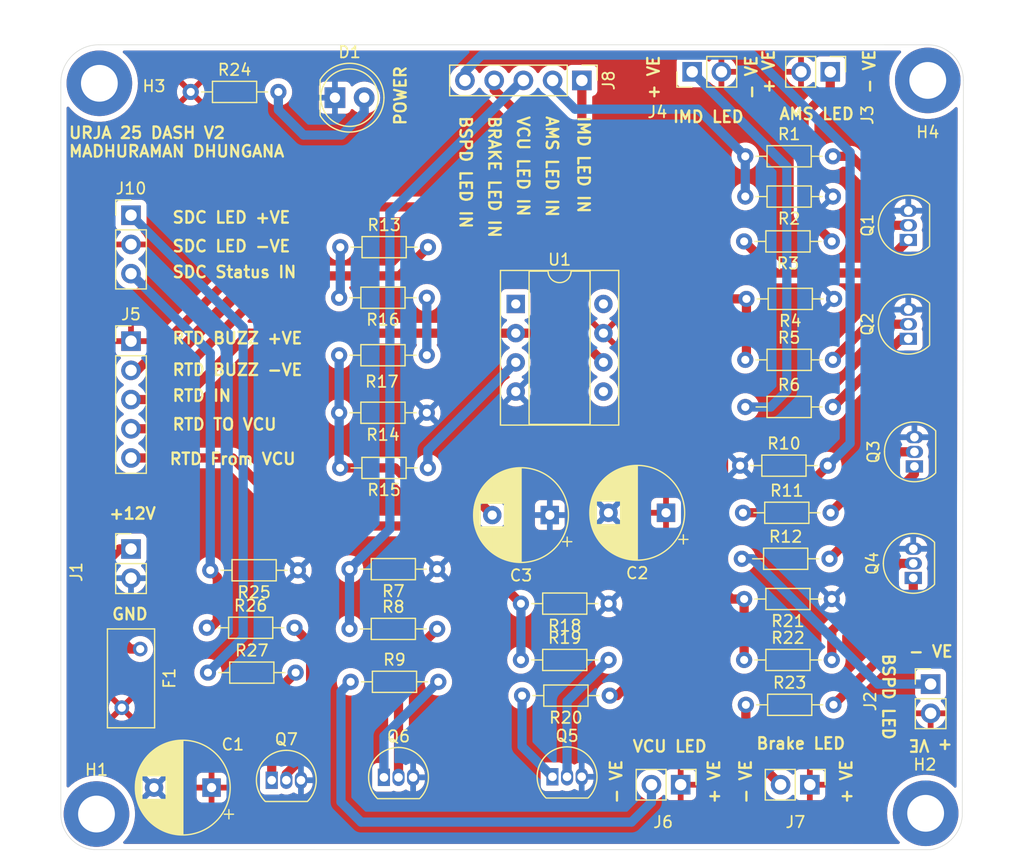
<source format=kicad_pcb>
(kicad_pcb (version 20240108) (generator "pcbnew") (generator_version "8.0")
  (layers (0 "F.Cu" signal) (31 "B.Cu" signal) (34 "B.Paste" user) (35 "F.Paste" user) (36 "B.SilkS" user "B.Silkscreen") (37 "F.SilkS" user "F.Silkscreen") (38 "B.Mask" user) (39 "F.Mask" user) (44 "Edge.Cuts" user))
  (net 0 "")
  (net 1 "AMS LED +ve")
  (net 2 "BSPD LED -ve")
  (net 3 "AMS LED -ve")
  (net 4 "IMD LED -ve")
  (net 5 "RTD Signal IN")
  (net 6 "RTD Signal VCU Out")
  (net 7 "RTD -ve out")
  (net 8 "Net-(C3-Pad2)")
  (net 9 "Net-(J1-Pin_1)")
  (net 10 "Net-(Q1-B)")
  (net 11 "Net-(Q1-C)")
  (net 12 "Net-(Q2-C)")
  (net 13 "Net-(Q2-B)")
  (net 14 "Net-(Q3-B)")
  (net 15 "Net-(Q3-C)")
  (net 16 "AMS LED IN")
  (net 17 "IMD LED IN")
  (net 18 "VCU LED IN")
  (net 19 "VCU LED -ve")
  (net 20 "BSPD LED IN")
  (net 21 "Net-(R13-Pad1)")
  (net 22 "Net-(U1-+)")
  (net 23 "GND")
  (net 24 "RTD Signal VCU IN")
  (net 25 "Net-(Q4-B)")
  (net 26 "Net-(Q4-C)")
  (net 27 "Net-(Q5-B)")
  (net 28 "Net-(R16-Pad1)")
  (net 32 "Brake light -ve")
  (net 33 "Net-(Q5-C)")
  (net 34 "Net-(Q6-C)")
  (net 35 "Brake Light In")
  (net 36 "Net-(D1-A)")
  (net 37 "SDC_status_LED-ve")
  (net 38 "Net-(Q6-B)")
  (net 39 "Net-(Q7-B)")
  (net 40 "SDC_Status_in")
  (net 41 "Net-(Q7-C)")
  (footprint "Package_TO_SOT_THT:TO-92_Inline" (layer "F.Cu") (at 176.73 93.36)
    (property "Reference" "Q7" (at 1.27 -3.56 0) (layer "F.SilkS"))
    (property "Value" "BC547")
    (pad "1" thru_hole rect (at 0 0) (size 1.05 1.5) (drill 0.75) (layers "*.Cu" "*.Mask") (net 41 "Net-(Q7-C)"))
    (pad "2" thru_hole oval (at 1.27 0) (size 1.05 1.5) (drill 0.75) (layers "*.Cu" "*.Mask") (net 39 "Net-(Q7-B)"))
    (pad "3" thru_hole oval (at 2.54 0) (size 1.05 1.5) (drill 0.75) (layers "*.Cu" "*.Mask") (net 23 "GND"))
  )
  (footprint "Package_TO_SOT_THT:TO-92_Inline" (layer "F.Cu") (at 186.48 93.11)
    (property "Reference" "Q6" (at 1.27 -3.56 0) (layer "F.SilkS"))
    (property "Value" "BC547")
    (pad "1" thru_hole rect (at 0 0) (size 1.05 1.5) (drill 0.75) (layers "*.Cu" "*.Mask") (net 34 "Net-(Q6-C)"))
    (pad "2" thru_hole oval (at 1.27 0) (size 1.05 1.5) (drill 0.75) (layers "*.Cu" "*.Mask") (net 38 "Net-(Q6-B)"))
    (pad "3" thru_hole oval (at 2.54 0) (size 1.05 1.5) (drill 0.75) (layers "*.Cu" "*.Mask") (net 23 "GND"))
  )
  (footprint "MountingHole:MountingHole_3.2mm_M3_ISO7380_Pad" (layer "F.Cu") (at 161.75 32.75)
    (property "Reference" "H3" (at 4.75 0.25 0) (layer "F.SilkS"))
    (property "Value" "MountingHole_Pad_MP")
    (pad "1" thru_hole circle (at 0 0) (size 5.7 5.7) (drill 3.2) (layers "*.Cu" "*.Mask"))
  )
  (footprint "Resistor_THT:R_Axial_DIN0204_L3.6mm_D1.6mm_P7.62mm_Horizontal" (layer "F.Cu") (at 217.79 82.9)
    (property "Reference" "R22" (at 3.81 -1.92 0) (layer "F.SilkS"))
    (property "Value" "100")
    (pad "1" thru_hole circle (at 0 0) (size 1.4 1.4) (drill 0.7) (layers "*.Cu" "*.Mask") (net 35 "Brake Light In"))
    (pad "2" thru_hole oval (at 7.62 0) (size 1.4 1.4) (drill 0.7) (layers "*.Cu" "*.Mask") (net 25 "Net-(Q4-B)"))
  )
  (footprint "MountingHole:MountingHole_3.2mm_M3_ISO7380_Pad" (layer "F.Cu") (at 233.75 32.5)
    (property "Reference" "H4" (at 0 4.5 0) (layer "F.SilkS"))
    (property "Value" "MountingHole_Pad_MP")
    (pad "1" thru_hole circle (at 0 0) (size 5.7 5.7) (drill 3.2) (layers "*.Cu" "*.Mask"))
  )
  (footprint "Capacitor_THT:CP_Radial_D8.0mm_P5.00mm" (layer "F.Cu") (at 200.9 70.3 180)
    (property "Reference" "C3" (at 2.5 -5.25 0) (layer "F.SilkS"))
    (property "Value" "0.1")
    (pad "1" thru_hole rect (at 0 0 180) (size 1.6 1.6) (drill 0.8) (layers "*.Cu" "*.Mask") (net 23 "GND"))
    (pad "2" thru_hole circle (at 5 0 180) (size 1.6 1.6) (drill 0.8) (layers "*.Cu" "*.Mask") (net 8 "Net-(C3-Pad2)"))
  )
  (footprint "Connector_PinHeader_2.54mm:PinHeader_1x02_P2.54mm_Vertical" (layer "F.Cu") (at 213.275 31.75 90)
    (property "Reference" "J4" (at -3.5 -3.025 180) (layer "F.SilkS"))
    (property "Value" "Conn_01x02_Pin")
    (pad "1" thru_hole rect (at 0 0 90) (size 1.7 1.7) (drill 1) (layers "*.Cu" "*.Mask") (net 4 "IMD LED -ve"))
    (pad "2" thru_hole oval (at 0 2.54 90) (size 1.7 1.7) (drill 1) (layers "*.Cu" "*.Mask") (net 1 "AMS LED +ve"))
  )
  (footprint "Resistor_THT:R_Axial_DIN0204_L3.6mm_D1.6mm_P7.62mm_Horizontal" (layer "F.Cu") (at 183.49 80.2)
    (property "Reference" "R8" (at 3.81 -1.92 0) (layer "F.SilkS"))
    (property "Value" "100")
    (pad "1" thru_hole circle (at 0 0) (size 1.4 1.4) (drill 0.7) (layers "*.Cu" "*.Mask") (net 18 "VCU LED IN"))
    (pad "2" thru_hole oval (at 7.62 0) (size 1.4 1.4) (drill 0.7) (layers "*.Cu" "*.Mask") (net 38 "Net-(Q6-B)"))
  )
  (footprint "Resistor_THT:R_Axial_DIN0204_L3.6mm_D1.6mm_P7.62mm_Horizontal" (layer "F.Cu") (at 182.59 56.4)
    (property "Reference" "R17" (at 3.71 2.3 0) (layer "F.SilkS"))
    (property "Value" "10")
    (pad "1" thru_hole circle (at 0 0) (size 1.4 1.4) (drill 0.7) (layers "*.Cu" "*.Mask") (net 8 "Net-(C3-Pad2)"))
    (pad "2" thru_hole oval (at 7.62 0) (size 1.4 1.4) (drill 0.7) (layers "*.Cu" "*.Mask") (net 28 "Net-(R16-Pad1)"))
  )
  (footprint "Resistor_THT:R_Axial_DIN0204_L3.6mm_D1.6mm_P7.62mm_Horizontal" (layer "F.Cu") (at 225.41 46.5 180)
    (property "Reference" "R3" (at 3.81 -1.92 0) (layer "F.SilkS"))
    (property "Value" "220")
    (pad "1" thru_hole circle (at 0 0 180) (size 1.4 1.4) (drill 0.7) (layers "*.Cu" "*.Mask") (net 3 "AMS LED -ve"))
    (pad "2" thru_hole oval (at 7.62 0 180) (size 1.4 1.4) (drill 0.7) (layers "*.Cu" "*.Mask") (net 11 "Net-(Q1-C)"))
  )
  (footprint "Resistor_THT:R_Axial_DIN0204_L3.6mm_D1.6mm_P7.62mm_Horizontal" (layer "F.Cu") (at 171.09 80.1)
    (property "Reference" "R26" (at 3.81 -1.92 0) (layer "F.SilkS"))
    (property "Value" "100")
    (pad "1" thru_hole circle (at 0 0) (size 1.4 1.4) (drill 0.7) (layers "*.Cu" "*.Mask") (net 40 "SDC_Status_in"))
    (pad "2" thru_hole oval (at 7.62 0) (size 1.4 1.4) (drill 0.7) (layers "*.Cu" "*.Mask") (net 39 "Net-(Q7-B)"))
  )
  (footprint "Resistor_THT:R_Axial_DIN0204_L3.6mm_D1.6mm_P7.62mm_Horizontal" (layer "F.Cu") (at 190.21 61.4 180)
    (property "Reference" "R14" (at 3.81 -1.92 0) (layer "F.SilkS"))
    (property "Value" "1k")
    (pad "1" thru_hole circle (at 0 0 180) (size 1.4 1.4) (drill 0.7) (layers "*.Cu" "*.Mask") (net 23 "GND"))
    (pad "2" thru_hole oval (at 7.62 0 180) (size 1.4 1.4) (drill 0.7) (layers "*.Cu" "*.Mask") (net 8 "Net-(C3-Pad2)"))
  )
  (footprint "Resistor_THT:R_Axial_DIN0204_L3.6mm_D1.6mm_P7.62mm_Horizontal" (layer "F.Cu") (at 191.11 75 180)
    (property "Reference" "R7" (at 3.81 -1.92 0) (layer "F.SilkS"))
    (property "Value" "10k")
    (pad "1" thru_hole circle (at 0 0 180) (size 1.4 1.4) (drill 0.7) (layers "*.Cu" "*.Mask") (net 23 "GND"))
    (pad "2" thru_hole oval (at 7.62 0 180) (size 1.4 1.4) (drill 0.7) (layers "*.Cu" "*.Mask") (net 18 "VCU LED IN"))
  )
  (footprint "Connector_PinHeader_2.54mm:PinHeader_1x02_P2.54mm_Vertical" (layer "F.Cu") (at 212.275 93.75 -90)
    (property "Reference" "J6" (at 3.25 1.525 180) (layer "F.SilkS"))
    (property "Value" "Conn_01x02_Pin")
    (pad "1" thru_hole rect (at 0 0 270) (size 1.7 1.7) (drill 1) (layers "*.Cu" "*.Mask") (net 1 "AMS LED +ve"))
    (pad "2" thru_hole oval (at 0 2.54 270) (size 1.7 1.7) (drill 1) (layers "*.Cu" "*.Mask") (net 19 "VCU LED -ve"))
  )
  (footprint "Resistor_THT:R_Axial_DIN0204_L3.6mm_D1.6mm_P7.62mm_Horizontal" (layer "F.Cu") (at 217.89 56.8)
    (property "Reference" "R5" (at 3.81 -1.92 0) (layer "F.SilkS"))
    (property "Value" "100")
    (pad "1" thru_hole circle (at 0 0) (size 1.4 1.4) (drill 0.7) (layers "*.Cu" "*.Mask") (net 17 "IMD LED IN"))
    (pad "2" thru_hole oval (at 7.62 0) (size 1.4 1.4) (drill 0.7) (layers "*.Cu" "*.Mask") (net 13 "Net-(Q2-B)"))
  )
  (footprint "Resistor_THT:R_Axial_DIN0204_L3.6mm_D1.6mm_P7.62mm_Horizontal" (layer "F.Cu") (at 225.51 42.6 180)
    (property "Reference" "R2" (at 3.81 -1.92 0) (layer "F.SilkS"))
    (property "Value" "10k")
    (pad "1" thru_hole circle (at 0 0 180) (size 1.4 1.4) (drill 0.7) (layers "*.Cu" "*.Mask") (net 23 "GND"))
    (pad "2" thru_hole oval (at 7.62 0 180) (size 1.4 1.4) (drill 0.7) (layers "*.Cu" "*.Mask") (net 16 "AMS LED IN"))
  )
  (footprint "Capacitor_THT:CP_Radial_D8.0mm_P5.00mm" (layer "F.Cu") (at 171.5 94 180)
    (property "Reference" "C1" (at -1.847349 3.75 0) (layer "F.SilkS"))
    (property "Value" "0.1")
    (pad "1" thru_hole rect (at 0 0 180) (size 1.6 1.6) (drill 0.8) (layers "*.Cu" "*.Mask") (net 1 "AMS LED +ve"))
    (pad "2" thru_hole circle (at 5 0 180) (size 1.6 1.6) (drill 0.8) (layers "*.Cu" "*.Mask") (net 23 "GND"))
  )
  (footprint "LED_THT:LED_D5.0mm" (layer "F.Cu") (at 182.225 34)
    (property "Reference" "D1" (at 1.27 -3.96 0) (layer "F.SilkS"))
    (property "Value" "LED")
    (pad "1" thru_hole rect (at 0 0) (size 1.8 1.8) (drill 0.9) (layers "*.Cu" "*.Mask") (net 23 "GND"))
    (pad "2" thru_hole circle (at 2.54 0) (size 1.8 1.8) (drill 0.9) (layers "*.Cu" "*.Mask") (net 36 "Net-(D1-A)"))
  )
  (footprint "Resistor_THT:R_Axial_DIN0204_L3.6mm_D1.6mm_P7.62mm_Horizontal" (layer "F.Cu") (at 183.59 84.8)
    (property "Reference" "R9" (at 3.81 -1.92 0) (layer "F.SilkS"))
    (property "Value" "220")
    (pad "1" thru_hole circle (at 0 0) (size 1.4 1.4) (drill 0.7) (layers "*.Cu" "*.Mask") (net 19 "VCU LED -ve"))
    (pad "2" thru_hole oval (at 7.62 0) (size 1.4 1.4) (drill 0.7) (layers "*.Cu" "*.Mask") (net 34 "Net-(Q6-C)"))
  )
  (footprint "Connector_PinHeader_2.54mm:PinHeader_1x02_P2.54mm_Vertical" (layer "F.Cu") (at 225.275 31.75 -90)
    (property "Reference" "J3" (at 3.75 -3.225 90) (layer "F.SilkS"))
    (property "Value" "Conn_01x02_Pin")
    (pad "1" thru_hole rect (at 0 0 270) (size 1.7 1.7) (drill 1) (layers "*.Cu" "*.Mask") (net 3 "AMS LED -ve"))
    (pad "2" thru_hole oval (at 0 2.54 270) (size 1.7 1.7) (drill 1) (layers "*.Cu" "*.Mask") (net 1 "AMS LED +ve"))
  )
  (footprint "Resistor_THT:R_Axial_DIN0204_L3.6mm_D1.6mm_P7.62mm_Horizontal" (layer "F.Cu") (at 217.44 66)
    (property "Reference" "R10" (at 3.81 -1.92 0) (layer "F.SilkS"))
    (property "Value" "10k")
    (pad "1" thru_hole circle (at 0 0) (size 1.4 1.4) (drill 0.7) (layers "*.Cu" "*.Mask") (net 23 "GND"))
    (pad "2" thru_hole oval (at 7.62 0) (size 1.4 1.4) (drill 0.7) (layers "*.Cu" "*.Mask") (net 20 "BSPD LED IN"))
  )
  (footprint "Resistor_THT:R_Axial_DIN0204_L3.6mm_D1.6mm_P7.62mm_Horizontal" (layer "F.Cu") (at 179.01 75.1 180)
    (property "Reference" "R25" (at 3.81 -1.92 0) (layer "F.SilkS"))
    (property "Value" "10k")
    (pad "1" thru_hole circle (at 0 0 180) (size 1.4 1.4) (drill 0.7) (layers "*.Cu" "*.Mask") (net 23 "GND"))
    (pad "2" thru_hole oval (at 7.62 0 180) (size 1.4 1.4) (drill 0.7) (layers "*.Cu" "*.Mask") (net 40 "SDC_Status_in"))
  )
  (footprint "Resistor_THT:R_Axial_DIN0204_L3.6mm_D1.6mm_P7.62mm_Horizontal" (layer "F.Cu") (at 169.69 33.5)
    (property "Reference" "R24" (at 3.81 -1.92 0) (layer "F.SilkS"))
    (property "Value" "1K")
    (pad "1" thru_hole circle (at 0 0) (size 1.4 1.4) (drill 0.7) (layers "*.Cu" "*.Mask") (net 1 "AMS LED +ve"))
    (pad "2" thru_hole oval (at 7.62 0) (size 1.4 1.4) (drill 0.7) (layers "*.Cu" "*.Mask") (net 36 "Net-(D1-A)"))
  )
  (footprint "Package_DIP:CERDIP-8_W7.62mm_SideBrazed_Socket" (layer "F.Cu") (at 197.94 51.94)
    (property "Reference" "U1" (at 3.81 -3.855 0) (layer "F.SilkS"))
    (property "Value" "LM741")
    (pad "1" thru_hole rect (at 0 0) (size 1.6 1.6) (drill 0.8) (layers "*.Cu" "*.Mask"))
    (pad "2" thru_hole circle (at 0 2.54) (size 1.6 1.6) (drill 0.8) (layers "*.Cu" "*.Mask") (net 6 "RTD Signal VCU Out"))
    (pad "3" thru_hole circle (at 0 5.08) (size 1.6 1.6) (drill 0.8) (layers "*.Cu" "*.Mask") (net 22 "Net-(U1-+)"))
    (pad "4" thru_hole circle (at 0 7.62) (size 1.6 1.6) (drill 0.8) (layers "*.Cu" "*.Mask") (net 23 "GND"))
    (pad "5" thru_hole circle (at 7.62 7.62) (size 1.6 1.6) (drill 0.8) (layers "*.Cu" "*.Mask"))
    (pad "6" thru_hole circle (at 7.62 5.08) (size 1.6 1.6) (drill 0.8) (layers "*.Cu" "*.Mask") (net 6 "RTD Signal VCU Out"))
    (pad "7" thru_hole circle (at 7.62 2.54) (size 1.6 1.6) (drill 0.8) (layers "*.Cu" "*.Mask") (net 1 "AMS LED +ve"))
    (pad "8" thru_hole circle (at 7.62 0) (size 1.6 1.6) (drill 0.8) (layers "*.Cu" "*.Mask"))
  )
  (footprint "Connector_PinHeader_2.54mm:PinHeader_1x03_P2.54mm_Vertical" (layer "F.Cu") (at 164.5 44.225)
    (property "Reference" "J10" (at 0 -2.33 0) (layer "F.SilkS"))
    (property "Value" "Conn_01x03_Pin")
    (pad "1" thru_hole rect (at 0 0) (size 1.7 1.7) (drill 1) (layers "*.Cu" "*.Mask") (net 37 "SDC_status_LED-ve"))
    (pad "2" thru_hole oval (at 0 2.54) (size 1.7 1.7) (drill 1) (layers "*.Cu" "*.Mask") (net 1 "AMS LED +ve"))
    (pad "3" thru_hole oval (at 0 5.08) (size 1.7 1.7) (drill 1) (layers "*.Cu" "*.Mask") (net 40 "SDC_Status_in"))
  )
  (footprint "Connector_PinHeader_2.54mm:PinHeader_1x05_P2.54mm_Vertical" (layer "F.Cu") (at 164.5 55.175)
    (property "Reference" "J5" (at 0 -2.33 0) (layer "F.SilkS"))
    (property "Value" "Conn_01x05_Pin")
    (pad "1" thru_hole rect (at 0 0) (size 1.7 1.7) (drill 1) (layers "*.Cu" "*.Mask") (net 1 "AMS LED +ve"))
    (pad "2" thru_hole oval (at 0 2.54) (size 1.7 1.7) (drill 1) (layers "*.Cu" "*.Mask") (net 7 "RTD -ve out"))
    (pad "3" thru_hole oval (at 0 5.08) (size 1.7 1.7) (drill 1) (layers "*.Cu" "*.Mask") (net 5 "RTD Signal IN"))
    (pad "4" thru_hole oval (at 0 7.62) (size 1.7 1.7) (drill 1) (layers "*.Cu" "*.Mask") (net 6 "RTD Signal VCU Out"))
    (pad "5" thru_hole oval (at 0 10.16) (size 1.7 1.7) (drill 1) (layers "*.Cu" "*.Mask") (net 24 "RTD Signal VCU IN"))
  )
  (footprint "Connector_PinHeader_2.54mm:PinHeader_1x02_P2.54mm_Vertical" (layer "F.Cu") (at 234 85)
    (property "Reference" "J2" (at -5.25 1.5 90) (layer "F.SilkS"))
    (property "Value" "Conn_01x02_Pin")
    (pad "1" thru_hole rect (at 0 0) (size 1.7 1.7) (drill 1) (layers "*.Cu" "*.Mask") (net 2 "BSPD LED -ve"))
    (pad "2" thru_hole oval (at 0 2.54) (size 1.7 1.7) (drill 1) (layers "*.Cu" "*.Mask") (net 1 "AMS LED +ve"))
  )
  (footprint "Resistor_THT:R_Axial_DIN0204_L3.6mm_D1.6mm_P7.62mm_Horizontal" (layer "F.Cu") (at 217.59 74.1)
    (property "Reference" "R12" (at 3.81 -1.92 0) (layer "F.SilkS"))
    (property "Value" "220")
    (pad "1" thru_hole circle (at 0 0) (size 1.4 1.4) (drill 0.7) (layers "*.Cu" "*.Mask") (net 2 "BSPD LED -ve"))
    (pad "2" thru_hole oval (at 7.62 0) (size 1.4 1.4) (drill 0.7) (layers "*.Cu" "*.Mask") (net 15 "Net-(Q3-C)"))
  )
  (footprint "Resistor_THT:R_Axial_DIN0204_L3.6mm_D1.6mm_P7.62mm_Horizontal" (layer "F.Cu") (at 206.11 86 180)
    (property "Reference" "R20" (at 3.81 -1.92 0) (layer "F.SilkS"))
    (property "Value" "220")
    (pad "1" thru_hole circle (at 0 0 180) (size 1.4 1.4) (drill 0.7) (layers "*.Cu" "*.Mask") (net 7 "RTD -ve out"))
    (pad "2" thru_hole oval (at 7.62 0 180) (size 1.4 1.4) (drill 0.7) (layers "*.Cu" "*.Mask") (net 33 "Net-(Q5-C)"))
  )
  (footprint "Package_TO_SOT_THT:TO-92_Inline" (layer "F.Cu") (at 232.49 75.77 90)
    (property "Reference" "Q4" (at 1.27 -3.56 90) (layer "F.SilkS"))
    (property "Value" "BC547")
    (pad "1" thru_hole rect (at 0 0 90) (size 1.05 1.5) (drill 0.75) (layers "*.Cu" "*.Mask") (net 26 "Net-(Q4-C)"))
    (pad "2" thru_hole oval (at 1.27 0 90) (size 1.05 1.5) (drill 0.75) (layers "*.Cu" "*.Mask") (net 25 "Net-(Q4-B)"))
    (pad "3" thru_hole oval (at 2.54 0 90) (size 1.05 1.5) (drill 0.75) (layers "*.Cu" "*.Mask") (net 23 "GND"))
  )
  (footprint "Resistor_THT:R_Axial_DIN0204_L3.6mm_D1.6mm_P7.62mm_Horizontal" (layer "F.Cu") (at 198.39 82.9)
    (property "Reference" "R19" (at 3.81 -1.92 0) (layer "F.SilkS"))
    (property "Value" "100")
    (pad "1" thru_hole circle (at 0 0) (size 1.4 1.4) (drill 0.7) (layers "*.Cu" "*.Mask") (net 24 "RTD Signal VCU IN"))
    (pad "2" thru_hole oval (at 7.62 0) (size 1.4 1.4) (drill 0.7) (layers "*.Cu" "*.Mask") (net 27 "Net-(Q5-B)"))
  )
  (footprint "Capacitor_THT:CP_Radial_D8.0mm_P5.00mm" (layer "F.Cu") (at 211 70.1 180)
    (property "Reference" "C2" (at 2.5 -5.25 0) (layer "F.SilkS"))
    (property "Value" "0.1")
    (pad "1" thru_hole rect (at 0 0 180) (size 1.6 1.6) (drill 0.8) (layers "*.Cu" "*.Mask") (net 1 "AMS LED +ve"))
    (pad "2" thru_hole circle (at 5 0 180) (size 1.6 1.6) (drill 0.8) (layers "*.Cu" "*.Mask") (net 23 "GND"))
  )
  (footprint "Connector_PinHeader_2.54mm:PinHeader_1x02_P2.54mm_Vertical" (layer "F.Cu") (at 223.5 93.75 -90)
    (property "Reference" "J7" (at 3.25 1.25 180) (layer "F.SilkS"))
    (property "Value" "Conn_01x02_Pin")
    (pad "1" thru_hole rect (at 0 0 270) (size 1.7 1.7) (drill 1) (layers "*.Cu" "*.Mask") (net 1 "AMS LED +ve"))
    (pad "2" thru_hole oval (at 0 2.54 270) (size 1.7 1.7) (drill 1) (layers "*.Cu" "*.Mask") (net 32 "Brake light -ve"))
  )
  (footprint "Resistor_THT:R_Axial_DIN0204_L3.6mm_D1.6mm_P7.62mm_Horizontal" (layer "F.Cu") (at 206.01 78 180)
    (property "Reference" "R18" (at 3.81 -1.92 0) (layer "F.SilkS"))
    (property "Value" "10k")
    (pad "1" thru_hole circle (at 0 0 180) (size 1.4 1.4) (drill 0.7) (layers "*.Cu" "*.Mask") (net 23 "GND"))
    (pad "2" thru_hole oval (at 7.62 0 180) (size 1.4 1.4) (drill 0.7) (layers "*.Cu" "*.Mask") (net 24 "RTD Signal VCU IN"))
  )
  (footprint "Resistor_THT:R_Axial_DIN0204_L3.6mm_D1.6mm_P7.62mm_Horizontal" (layer "F.Cu") (at 217.94 86.8)
    (property "Reference" "R23" (at 3.81 -1.92 0) (layer "F.SilkS"))
    (property "Value" "220")
    (pad "1" thru_hole circle (at 0 0) (size 1.4 1.4) (drill 0.7) (layers "*.Cu" "*.Mask") (net 32 "Brake light -ve"))
    (pad "2" thru_hole oval (at 7.62 0) (size 1.4 1.4) (drill 0.7) (layers "*.Cu" "*.Mask") (net 26 "Net-(Q4-C)"))
  )
  (footprint "MountingHole:MountingHole_3.2mm_M3_ISO7380_Pad" (layer "F.Cu") (at 233.566111 96.234675)
    (property "Reference" "H2" (at -0.066111 -4.234675 0) (layer "F.SilkS"))
    (property "Value" "MountingHole_Pad_MP")
    (pad "1" thru_hole circle (at 0 0) (size 5.7 5.7) (drill 3.2) (layers "*.Cu" "*.Mask"))
  )
  (footprint "Package_TO_SOT_THT:TO-92_Inline" (layer "F.Cu") (at 232.06 54.97 90)
    (property "Reference" "Q2" (at 1.27 -3.56 90) (layer "F.SilkS"))
    (property "Value" "BC547")
    (pad "1" thru_hole rect (at 0 0 90) (size 1.05 1.5) (drill 0.75) (layers "*.Cu" "*.Mask") (net 12 "Net-(Q2-C)"))
    (pad "2" thru_hole oval (at 1.27 0 90) (size 1.05 1.5) (drill 0.75) (layers "*.Cu" "*.Mask") (net 13 "Net-(Q2-B)"))
    (pad "3" thru_hole oval (at 2.54 0 90) (size 1.05 1.5) (drill 0.75) (layers "*.Cu" "*.Mask") (net 23 "GND"))
  )
  (footprint "Package_TO_SOT_THT:TO-92_Inline" (layer "F.Cu") (at 201.13 93.06)
    (property "Reference" "Q5" (at 1.27 -3.56 0) (layer "F.SilkS"))
    (property "Value" "BC547")
    (pad "1" thru_hole rect (at 0 0) (size 1.05 1.5) (drill 0.75) (layers "*.Cu" "*.Mask") (net 33 "Net-(Q5-C)"))
    (pad "2" thru_hole oval (at 1.27 0) (size 1.05 1.5) (drill 0.75) (layers "*.Cu" "*.Mask") (net 27 "Net-(Q5-B)"))
    (pad "3" thru_hole oval (at 2.54 0) (size 1.05 1.5) (drill 0.75) (layers "*.Cu" "*.Mask") (net 23 "GND"))
  )
  (footprint "Resistor_THT:R_Axial_DIN0204_L3.6mm_D1.6mm_P7.62mm_Horizontal" (layer "F.Cu") (at 217.69 70.1)
    (property "Reference" "R11" (at 3.81 -1.92 0) (layer "F.SilkS"))
    (property "Value" "100")
    (pad "1" thru_hole circle (at 0 0) (size 1.4 1.4) (drill 0.7) (layers "*.Cu" "*.Mask") (net 20 "BSPD LED IN"))
    (pad "2" thru_hole oval (at 7.62 0) (size 1.4 1.4) (drill 0.7) (layers "*.Cu" "*.Mask") (net 14 "Net-(Q3-B)"))
  )
  (footprint "Package_TO_SOT_THT:TO-92_Inline" (layer "F.Cu") (at 232.59 66.07 90)
    (property "Reference" "Q3" (at 1.27 -3.56 90) (layer "F.SilkS"))
    (property "Value" "BC547")
    (pad "1" thru_hole rect (at 0 0 90) (size 1.05 1.5) (drill 0.75) (layers "*.Cu" "*.Mask") (net 15 "Net-(Q3-C)"))
    (pad "2" thru_hole oval (at 1.27 0 90) (size 1.05 1.5) (drill 0.75) (layers "*.Cu" "*.Mask") (net 14 "Net-(Q3-B)"))
    (pad "3" thru_hole oval (at 2.54 0 90) (size 1.05 1.5) (drill 0.75) (layers "*.Cu" "*.Mask") (net 23 "GND"))
  )
  (footprint "MountingHole:MountingHole_3.2mm_M3_ISO7380_Pad" (layer "F.Cu") (at 161.5 96.3)
    (property "Reference" "H1" (at 0 -3.85 0) (layer "F.SilkS"))
    (property "Value" "MountingHole_Pad_MP")
    (pad "1" thru_hole circle (at 0 0) (size 5.7 5.7) (drill 3.2) (layers "*.Cu" "*.Mask"))
  )
  (footprint "Resistor_THT:R_Axial_DIN0204_L3.6mm_D1.6mm_P7.62mm_Horizontal" (layer "F.Cu") (at 217.89 60.9)
    (property "Reference" "R6" (at 3.81 -1.92 0) (layer "F.SilkS"))
    (property "Value" "220")
    (pad "1" thru_hole circle (at 0 0) (size 1.4 1.4) (drill 0.7) (layers "*.Cu" "*.Mask") (net 4 "IMD LED -ve"))
    (pad "2" thru_hole oval (at 7.62 0) (size 1.4 1.4) (drill 0.7) (layers "*.Cu" "*.Mask") (net 12 "Net-(Q2-C)"))
  )
  (footprint "Connector_PinHeader_2.54mm:PinHeader_1x02_P2.54mm_Vertical" (layer "F.Cu") (at 164.5 73.25)
    (property "Reference" "J1" (at -4.75 2 90) (layer "F.SilkS"))
    (property "Value" "Conn_01x02_Pin")
    (pad "1" thru_hole rect (at 0 0) (size 1.7 1.7) (drill 1) (layers "*.Cu" "*.Mask") (net 9 "Net-(J1-Pin_1)"))
    (pad "2" thru_hole oval (at 0 2.54) (size 1.7 1.7) (drill 1) (layers "*.Cu" "*.Mask") (net 23 "GND"))
  )
  (footprint "Package_TO_SOT_THT:TO-92_Inline" (layer "F.Cu") (at 232.06 46.37 90)
    (property "Reference" "Q1" (at 1.27 -3.56 90) (layer "F.SilkS"))
    (property "Value" "BC547")
    (pad "1" thru_hole rect (at 0 0 90) (size 1.05 1.5) (drill 0.75) (layers "*.Cu" "*.Mask") (net 11 "Net-(Q1-C)"))
    (pad "2" thru_hole oval (at 1.27 0 90) (size 1.05 1.5) (drill 0.75) (layers "*.Cu" "*.Mask") (net 10 "Net-(Q1-B)"))
    (pad "3" thru_hole oval (at 2.54 0 90) (size 1.05 1.5) (drill 0.75) (layers "*.Cu" "*.Mask") (net 23 "GND"))
  )
  (footprint "Resistor_THT:R_Axial_DIN0204_L3.6mm_D1.6mm_P7.62mm_Horizontal" (layer "F.Cu") (at 225.41 77.6 180)
    (property "Reference" "R21" (at 3.81 -1.92 0) (layer "F.SilkS"))
    (property "Value" "10k")
    (pad "1" thru_hole circle (at 0 0 180) (size 1.4 1.4) (drill 0.7) (layers "*.Cu" "*.Mask") (net 23 "GND"))
    (pad "2" thru_hole oval (at 7.62 0 180) (size 1.4 1.4) (drill 0.7) (layers "*.Cu" "*.Mask") (net 35 "Brake Light In"))
  )
  (footprint "Fuse:Fuse_BelFuse_0ZRE0008FF_L8.3mm_W3.8mm" (layer "F.Cu") (at 165.3 81.95 -90)
    (property "Reference" "F1" (at 2.54 -2.54 90) (layer "F.SilkS"))
    (property "Value" "Polyfuse")
    (pad "1" thru_hole circle (at 0 0 270) (size 1.27 1.27) (drill 0.71) (layers "*.Cu" "*.Mask") (net 9 "Net-(J1-Pin_1)"))
    (pad "2" thru_hole circle (at 5.1 1.6 270) (size 1.27 1.27) (drill 0.71) (layers "*.Cu" "*.Mask") (net 1 "AMS LED +ve"))
  )
  (footprint "Resistor_THT:R_Axial_DIN0204_L3.6mm_D1.6mm_P7.62mm_Horizontal" (layer "F.Cu") (at 217.89 39.1)
    (property "Reference" "R1" (at 3.81 -1.92 0) (layer "F.SilkS"))
    (property "Value" "100")
    (pad "1" thru_hole circle (at 0 0) (size 1.4 1.4) (drill 0.7) (layers "*.Cu" "*.Mask") (net 16 "AMS LED IN"))
    (pad "2" thru_hole oval (at 7.62 0) (size 1.4 1.4) (drill 0.7) (layers "*.Cu" "*.Mask") (net 10 "Net-(Q1-B)"))
  )
  (footprint "Resistor_THT:R_Axial_DIN0204_L3.6mm_D1.6mm_P7.62mm_Horizontal" (layer "F.Cu") (at 190.3 66.2 180)
    (property "Reference" "R15" (at 3.81 -1.92 0) (layer "F.SilkS"))
    (property "Value" "10k")
    (pad "1" thru_hole circle (at 0 0 180) (size 1.4 1.4) (drill 0.7) (layers "*.Cu" "*.Mask") (net 22 "Net-(U1-+)"))
    (pad "2" thru_hole oval (at 7.62 0 180) (size 1.4 1.4) (drill 0.7) (layers "*.Cu" "*.Mask") (net 8 "Net-(C3-Pad2)"))
  )
  (footprint "Resistor_THT:R_Axial_DIN0204_L3.6mm_D1.6mm_P7.62mm_Horizontal" (layer "F.Cu") (at 171.19 84)
    (property "Reference" "R27" (at 3.81 -1.92 0) (layer "F.SilkS"))
    (property "Value" "220")
    (pad "1" thru_hole circle (at 0 0) (size 1.4 1.4) (drill 0.7) (layers "*.Cu" "*.Mask") (net 37 "SDC_status_LED-ve"))
    (pad "2" thru_hole oval (at 7.62 0) (size 1.4 1.4) (drill 0.7) (layers "*.Cu" "*.Mask") (net 41 "Net-(Q7-C)"))
  )
  (footprint "Resistor_THT:R_Axial_DIN0204_L3.6mm_D1.6mm_P7.62mm_Horizontal" (layer "F.Cu") (at 182.69 47)
    (property "Reference" "R13" (at 3.81 -1.92 0) (layer "F.SilkS"))
    (property "Value" "390")
    (pad "1" thru_hole circle (at 0 0) (size 1.4 1.4) (drill 0.7) (layers "*.Cu" "*.Mask") (net 21 "Net-(R13-Pad1)"))
    (pad "2" thru_hole oval (at 7.62 0) (size 1.4 1.4) (drill 0.7) (layers "*.Cu" "*.Mask") (net 5 "RTD Signal IN"))
  )
  (footprint "Resistor_THT:R_Axial_DIN0204_L3.6mm_D1.6mm_P7.62mm_Horizontal" (layer "F.Cu") (at 190.21 51.4 180)
    (property "Reference" "R16" (at 3.81 -1.92 0) (layer "F.SilkS"))
    (property "Value" "2.2k")
    (pad "1" thru_hole circle (at 0 0 180) (size 1.4 1.4) (drill 0.7) (layers "*.Cu" "*.Mask") (net 28 "Net-(R16-Pad1)"))
    (pad "2" thru_hole oval (at 7.62 0 180) (size 1.4 1.4) (drill 0.7) (layers "*.Cu" "*.Mask") (net 21 "Net-(R13-Pad1)"))
  )
  (footprint "Connector_PinHeader_2.54mm:PinHeader_1x05_P2.54mm_Vertical" (layer "F.Cu") (at 203.685 32.5 -90)
    (property "Reference" "J8" (at 0 -2.33 90) (layer "F.SilkS"))
    (property "Value" "Conn_01x05_Pin")
    (pad "1" thru_hole rect (at 0 0 270) (size 1.7 1.7) (drill 1) (layers "*.Cu" "*.Mask") (net 17 "IMD LED IN"))
    (pad "2" thru_hole oval (at 0 2.54 270) (size 1.7 1.7) (drill 1) (layers "*.Cu" "*.Mask") (net 16 "AMS LED IN"))
    (pad "3" thru_hole oval (at 0 5.08 270) (size 1.7 1.7) (drill 1) (layers "*.Cu" "*.Mask") (net 18 "VCU LED IN"))
    (pad "4" thru_hole oval (at 0 7.62 270) (size 1.7 1.7) (drill 1) (layers "*.Cu" "*.Mask") (net 35 "Brake Light In"))
    (pad "5" thru_hole oval (at 0 10.16 270) (size 1.7 1.7) (drill 1) (layers "*.Cu" "*.Mask") (net 20 "BSPD LED IN"))
  )
  (footprint "Resistor_THT:R_Axial_DIN0204_L3.6mm_D1.6mm_P7.62mm_Horizontal" (layer "F.Cu") (at 225.61 51.5 180)
    (property "Reference" "R4" (at 3.81 -1.92 0) (layer "F.SilkS"))
    (property "Value" "10k")
    (pad "1" thru_hole circle (at 0 0 180) (size 1.4 1.4) (drill 0.7) (layers "*.Cu" "*.Mask") (net 23 "GND"))
    (pad "2" thru_hole oval (at 7.62 0 180) (size 1.4 1.4) (drill 0.7) (layers "*.Cu" "*.Mask") (net 17 "IMD LED IN"))
  )
  (gr_arc (start 158.4 32.7) (mid 159.404472 30.329229) (end 161.806396 29.401716) (stroke (width 0.05)) (layer "Edge.Cuts"))
  (gr_line (start 158.4 32.7) (end 158.4 96.2) (stroke (width 0.05)) (layer "Edge.Cuts"))
  (gr_arc (start 161.293684 99.394742) (mid 159.201191 98.382179) (end 158.4 96.2) (stroke (width 0.05)) (layer "Edge.Cuts"))
  (gr_line (start 236.850403 32.5) (end 236.75 96.5) (stroke (width 0.05)) (layer "Edge.Cuts"))
  (gr_arc (start 233.8 29.4) (mid 235.959923 30.325433) (end 236.850403 32.5) (stroke (width 0.05)) (layer "Edge.Cuts"))
  (gr_line (start 161.806396 29.401716) (end 233.8 29.4) (stroke (width 0.05)) (layer "Edge.Cuts"))
  (gr_arc (start 236.749999 96.5) (mid 235.884424 98.433075) (end 234 99.4) (stroke (width 0.05)) (layer "Edge.Cuts"))
  (gr_line (start 161.293684 99.394742) (end 234 99.4) (stroke (width 0.05)) (layer "Edge.Cuts"))
  (gr_text "POWER" (at 188.5 36.5 90) (layer "F.SilkS") (effects (font (size 1 1) (thickness 0.2) (bold yes)) (justify left bottom)))
  (gr_text "RTD BUZZ -VE" (at 168 58.25 0) (layer "F.SilkS") (effects (font (size 1 1) (thickness 0.2) (bold yes)) (justify left bottom)))
  (gr_text "Brake LED" (at 218.75 90.75 0) (layer "F.SilkS") (effects (font (size 1 1) (thickness 0.2) (bold yes)) (justify left bottom)))
  (gr_text "AMS LED" (at 220.75 36 0) (layer "F.SilkS") (effects (font (size 1 1) (thickness 0.2) (bold yes)) (justify left bottom)))
  (gr_text "RTD TO VCU" (at 168 63 0) (layer "F.SilkS") (effects (font (size 1 1) (thickness 0.2) (bold yes)) (justify left bottom)))
  (gr_text "BRAKE LED IN" (at 195.5 35.5 270) (layer "F.SilkS") (effects (font (size 1 1) (thickness 0.2) (bold yes)) (justify left bottom)))
  (gr_text "+ VE" (at 215.75 95.5 90) (layer "F.SilkS") (effects (font (size 1 1) (thickness 0.2) (bold yes)) (justify left bottom)))
  (gr_text "- VE" (at 219 34.25 90) (layer "F.SilkS") (effects (font (size 1 1) (thickness 0.2) (bold yes)) (justify left bottom)))
  (gr_text "RTD From VCU" (at 167.75 66 0) (layer "F.SilkS") (effects (font (size 1 1) (thickness 0.2) (bold yes)) (justify left bottom)))
  (gr_text "- VE" (at 218.5 95.5 90) (layer "F.SilkS") (effects (font (size 1 1) (thickness 0.2) (bold yes)) (justify left bottom)))
  (gr_text "RTD IN " (at 168 60.5 0) (layer "F.SilkS") (effects (font (size 1 1) (thickness 0.2) (bold yes)) (justify left bottom)))
  (gr_text "- VE" (at 229.25 33.75 90) (layer "F.SilkS") (effects (font (size 1 1) (thickness 0.2) (bold yes)) (justify left bottom)))
  (gr_text "IMD LED" (at 211.5 36.25 0) (layer "F.SilkS") (effects (font (size 1 1) (thickness 0.2) (bold yes)) (justify left bottom)))
  (gr_text "+12V" (at 162.5 70.75 0) (layer "F.SilkS") (effects (font (size 1 1) (thickness 0.2) (bold yes)) (justify left bottom)))
  (gr_text "BSPD LED IN" (at 193 35.5 270) (layer "F.SilkS") (effects (font (size 1 1) (thickness 0.2) (bold yes)) (justify left bottom)))
  (gr_text "- VE" (at 207.25 95.5 90) (layer "F.SilkS") (effects (font (size 1 1) (thickness 0.2) (bold yes)) (justify left bottom)))
  (gr_text "AMS LED IN" (at 200.5 35.5 270) (layer "F.SilkS") (effects (font (size 1 1) (thickness 0.2) (bold yes)) (justify left bottom)))
  (gr_text "+ VE" (at 236 89.75 180) (layer "F.SilkS") (effects (font (size 1 1) (thickness 0.2) (bold yes)) (justify left bottom)))
  (gr_text "VCU LED" (at 208 91 0) (layer "F.SilkS") (effects (font (size 1 1) (thickness 0.2) (bold yes)) (justify left bottom)))
  (gr_text "BSPD LED" (at 229.75 82.25 270) (layer "F.SilkS") (effects (font (size 1 1) (thickness 0.2) (bold yes)) (justify left bottom)))
  (gr_text "URJA 25 DASH V2\nMADHURAMAN DHUNGANA " (at 159 39.25 0) (layer "F.SilkS") (effects (font (size 1 1) (thickness 0.2) (bold yes)) (justify left bottom)))
  (gr_text "SDC LED -VE" (at 168 47.5 0) (layer "F.SilkS") (effects (font (size 1 1) (thickness 0.2) (bold yes)) (justify left bottom)))
  (gr_text "IMD LED IN" (at 203.25 35.5 270) (layer "F.SilkS") (effects (font (size 1 1) (thickness 0.2) (bold yes)) (justify left bottom)))
  (gr_text "SDC LED +VE" (at 168 45 0) (layer "F.SilkS") (effects (font (size 1 1) (thickness 0.2) (bold yes)) (justify left bottom)))
  (gr_text "+ VE" (at 227.25 95.5 90) (layer "F.SilkS") (effects (font (size 1 1) (thickness 0.2) (bold yes)) (justify left bottom)))
  (gr_text "VCU LED IN" (at 198 35.5 270) (layer "F.SilkS") (effects (font (size 1 1) (thickness 0.2) (bold yes)) (justify left bottom)))
  (gr_text "SDC Status IN" (at 168 49.75 0) (layer "F.SilkS") (effects (font (size 1 1) (thickness 0.2) (bold yes)) (justify left bottom)))
  (gr_text "+ VE" (at 220.5 33.75 90) (layer "F.SilkS") (effects (font (size 1 1) (thickness 0.2) (bold yes)) (justify left bottom)))
  (gr_text "- VE" (at 232 82.75 0) (layer "F.SilkS") (effects (font (size 1 1) (thickness 0.2) (bold yes)) (justify left bottom)))
  (gr_text "RTD BUZZ +VE" (at 168 55.5 0) (layer "F.SilkS") (effects (font (size 1 1) (thickness 0.2) (bold yes)) (justify left bottom)))
  (gr_text "GND" (at 162.75 79.5 0) (layer "F.SilkS") (effects (font (size 1 1) (thickness 0.2) (bold yes)) (justify left bottom)))
  (gr_text "+ VE" (at 210.5 34.25 90) (layer "F.SilkS") (effects (font (size 1 1) (thickness 0.2) (bold yes)) (justify left bottom)))
  (segment (start 229.40939 85) (end 234 85) (width 0.8) (layer "B.Cu") (net 2))
  (segment (start 217.59 74.1) (end 218.50939 74.1) (width 0.8) (layer "B.Cu") (net 2))
  (segment (start 218.50939 74.1) (end 229.40939 85) (width 0.8) (layer "B.Cu") (net 2))
  (segment (start 223 35.5) (end 225.275 33.225) (width 0.8) (layer "F.Cu") (net 3))
  (segment (start 225.41 46.5) (end 223 44.09) (width 0.8) (layer "F.Cu") (net 3))
  (segment (start 225.275 33.225) (end 225.275 31.75) (width 0.8) (layer "F.Cu") (net 3))
  (segment (start 223 44.09) (end 223 35.5) (width 0.8) (layer "F.Cu") (net 3))
  (segment (start 213.275 31.775) (end 213.275 31.75) (width 0.8) (layer "B.Cu") (net 4))
  (segment (start 221.5 40) (end 213.275 31.775) (width 0.8) (layer "B.Cu") (net 4))
  (segment (start 221.5 59.5) (end 221.5 40) (width 0.8) (layer "B.Cu") (net 4))
  (segment (start 217.89 60.9) (end 220.1 60.9) (width 0.8) (layer "B.Cu") (net 4))
  (segment (start 220.1 60.9) (end 221.5 59.5) (width 0.8) (layer "B.Cu") (net 4))
  (segment (start 187.81 49.5) (end 190.31 47) (width 0.8) (layer "F.Cu") (net 5))
  (segment (start 164.5 60.255) (end 166.495 60.255) (width 0.8) (layer "F.Cu") (net 5))
  (segment (start 166.495 60.255) (end 177.25 49.5) (width 0.8) (layer "F.Cu") (net 5))
  (segment (start 177.25 49.5) (end 187.81 49.5) (width 0.8) (layer "F.Cu") (net 5))
  (segment (start 166.455 62.795) (end 174.77 54.48) (width 0.8) (layer "F.Cu") (net 6))
  (segment (start 164.5 62.795) (end 166.455 62.795) (width 0.8) (layer "F.Cu") (net 6))
  (segment (start 203.02 54.48) (end 205.56 57.02) (width 0.8) (layer "F.Cu") (net 6))
  (segment (start 197.94 54.48) (end 203.02 54.48) (width 0.8) (layer "F.Cu") (net 6))
  (segment (start 174.77 54.48) (end 197.94 54.48) (width 0.8) (layer "F.Cu") (net 6))
  (segment (start 213 79.75) (end 206.75 86) (width 0.8) (layer "F.Cu") (net 7))
  (segment (start 206.75 86) (end 206.11 86) (width 0.8) (layer "F.Cu") (net 7))
  (segment (start 179.25 43.5) (end 202.25 43.5) (width 0.8) (layer "F.Cu") (net 7))
  (segment (start 165.035 57.715) (end 179.25 43.5) (width 0.8) (layer "F.Cu") (net 7))
  (segment (start 213 54.25) (end 213 79.75) (width 0.8) (layer "F.Cu") (net 7))
  (segment (start 202.25 43.5) (end 213 54.25) (width 0.8) (layer "F.Cu") (net 7))
  (segment (start 164.5 57.715) (end 165.035 57.715) (width 0.8) (layer "F.Cu") (net 7))
  (segment (start 194.85 69.25) (end 195.9 70.3) (width 0.8) (layer "F.Cu") (net 8))
  (segment (start 182.68 66.2) (end 187.45 66.2) (width 0.8) (layer "F.Cu") (net 8))
  (segment (start 190.5 69.25) (end 194.85 69.25) (width 0.8) (layer "F.Cu") (net 8))
  (segment (start 187.45 66.2) (end 190.5 69.25) (width 0.8) (layer "F.Cu") (net 8))
  (segment (start 182.59 66.11) (end 182.68 66.2) (width 0.8) (layer "B.Cu") (net 8))
  (segment (start 182.59 61.4) (end 182.59 66.11) (width 0.8) (layer "B.Cu") (net 8))
  (segment (start 182.59 56.4) (end 182.59 61.4) (width 0.8) (layer "B.Cu") (net 8))
  (segment (start 164.5 73.25) (end 163.5 73.25) (width 0.8) (layer "F.Cu") (net 9))
  (segment (start 164.45 81.95) (end 165.3 81.95) (width 0.8) (layer "F.Cu") (net 9))
  (segment (start 163.5 73.25) (end 162.5 74.25) (width 0.8) (layer "F.Cu") (net 9))
  (segment (start 162.5 74.25) (end 162.5 80) (width 0.8) (layer "F.Cu") (net 9))
  (segment (start 162.5 80) (end 164.45 81.95) (width 0.8) (layer "F.Cu") (net 9))
  (segment (start 229 41) (end 229 44.25) (width 0.8) (layer "F.Cu") (net 10))
  (segment (start 229.85 45.1) (end 232.06 45.1) (width 0.8) (layer "F.Cu") (net 10))
  (segment (start 227.1 39.1) (end 229 41) (width 0.8) (layer "F.Cu") (net 10))
  (segment (start 225.51 39.1) (end 227.1 39.1) (width 0.8) (layer "F.Cu") (net 10))
  (segment (start 229 44.25) (end 229.85 45.1) (width 0.8) (layer "F.Cu") (net 10))
  (segment (start 229.18 49.25) (end 220.54 49.25) (width 0.8) (layer "F.Cu") (net 11))
  (segment (start 232.06 46.37) (end 229.18 49.25) (width 0.8) (layer "F.Cu") (net 11))
  (segment (start 220.54 49.25) (end 217.79 46.5) (width 0.8) (layer "F.Cu") (net 11))
  (segment (start 231.44 54.97) (end 232.06 54.97) (width 0.8) (layer "F.Cu") (net 12))
  (segment (start 225.51 60.9) (end 231.44 54.97) (width 0.8) (layer "F.Cu") (net 12))
  (segment (start 232.06 53.7) (end 228.61 53.7) (width 0.8) (layer "F.Cu") (net 13))
  (segment (start 228.61 53.7) (end 225.51 56.8) (width 0.8) (layer "F.Cu") (net 13))
  (segment (start 225.31 70.1) (end 230.61 64.8) (width 0.8) (layer "F.Cu") (net 14))
  (segment (start 230.61 64.8) (end 232.59 64.8) (width 0.8) (layer "F.Cu") (net 14))
  (segment (start 232.59 66.07) (end 232.59 66.72) (width 0.8) (layer "F.Cu") (net 15))
  (segment (start 232.59 66.72) (end 225.21 74.1) (width 0.8) (layer "F.Cu") (net 15))
  (segment (start 213.79 35) (end 203.09646 35) (width 0.8) (layer "B.Cu") (net 16))
  (segment (start 201.145 33.04854) (end 201.145 32.5) (width 0.8) (layer "B.Cu") (net 16))
  (segment (start 203.09646 35) (end 201.145 33.04854) (width 0.8) (layer "B.Cu") (net 16))
  (segment (start 217.89 39.1) (end 213.79 35) (width 0.8) (layer "B.Cu") (net 16))
  (segment (start 217.89 39.1) (end 217.89 42.6) (width 0.8) (layer "B.Cu") (net 16))
  (segment (start 214.75 48) (end 214.75 49.75) (width 0.8) (layer "F.Cu") (net 17))
  (segment (start 217.99 56.7) (end 217.89 56.8) (width 0.8) (layer "F.Cu") (net 17))
  (segment (start 216.5 51.5) (end 217.99 51.5) (width 0.8) (layer "F.Cu") (net 17))
  (segment (start 214.75 49.75) (end 216.5 51.5) (width 0.8) (layer "F.Cu") (net 17))
  (segment (start 217.99 51.5) (end 217.99 56.7) (width 0.8) (layer "F.Cu") (net 17))
  (segment (start 203.685 36.935) (end 214.75 48) (width 0.8) (layer "F.Cu") (net 17))
  (segment (start 203.685 32.5) (end 203.685 36.935) (width 0.8) (layer "F.Cu") (net 17))
  (segment (start 183.49 75) (end 183.49 80.2) (width 0.8) (layer "B.Cu") (net 18))
  (segment (start 187 44) (end 187 71.49) (width 0.8) (layer "B.Cu") (net 18))
  (segment (start 198.605 32.395) (end 187 44) (width 0.8) (layer "B.Cu") (net 18))
  (segment (start 187 71.49) (end 183.49 75) (width 0.8) (layer "B.Cu") (net 18))
  (segment (start 208 97) (end 209.735 95.265) (width 0.8) (layer "B.Cu") (net 19))
  (segment (start 183.59 84.8) (end 182.75 85.64) (width 0.8) (layer "B.Cu") (net 19))
  (segment (start 184.5 97) (end 208 97) (width 0.8) (layer "B.Cu") (net 19))
  (segment (start 182.75 85.64) (end 182.75 95.25) (width 0.8) (layer "B.Cu") (net 19))
  (segment (start 182.75 95.25) (end 184.5 97) (width 0.8) (layer "B.Cu") (net 19))
  (segment (start 209.735 95.265) (end 209.735 93.75) (width 0.8) (layer "B.Cu") (net 19))
  (segment (start 220.96 70.1) (end 225.06 66) (width 0.8) (layer "F.Cu") (net 20))
  (segment (start 217.69 70.1) (end 220.96 70.1) (width 0.8) (layer "F.Cu") (net 20))
  (segment (start 227 64.06) (end 225.06 66) (width 0.8) (layer "B.Cu") (net 20))
  (segment (start 227 38.751522) (end 227 64.06) (width 0.8) (layer "B.Cu") (net 20))
  (segment (start 193.525 31.75) (end 194.975 30.3) (width 0.8) (layer "B.Cu") (net 20))
  (segment (start 194.975 30.3) (end 218.548478 30.3) (width 0.8) (layer "B.Cu") (net 20))
  (segment (start 218.548478 30.3) (end 227 38.751522) (width 0.8) (layer "B.Cu") (net 20))
  (segment (start 182.69 51.3) (end 182.59 51.4) (width 0.8) (layer "B.Cu") (net 21))
  (segment (start 182.69 47) (end 182.69 51.3) (width 0.8) (layer "B.Cu") (net 21))
  (segment (start 190.3 66.2) (end 190.3 64.66) (width 0.8) (layer "B.Cu") (net 22))
  (segment (start 190.3 64.66) (end 197.94 57.02) (width 0.8) (layer "B.Cu") (net 22))
  (segment (start 179.25 71.25) (end 191.64 71.25) (width 0.8) (layer "F.Cu") (net 24))
  (segment (start 173.335 65.335) (end 179.25 71.25) (width 0.8) (layer "F.Cu") (net 24))
  (segment (start 164.5 65.335) (end 173.335 65.335) (width 0.8) (layer "F.Cu") (net 24))
  (segment (start 191.64 71.25) (end 198.39 78) (width 0.8) (layer "F.Cu") (net 24))
  (segment (start 198.39 82.9) (end 198.39 78) (width 0.8) (layer "B.Cu") (net 24))
  (segment (start 225.41 80.375) (end 225.41 82.9) (width 0.8) (layer "F.Cu") (net 25))
  (segment (start 231.285 74.5) (end 225.41 80.375) (width 0.8) (layer "F.Cu") (net 25))
  (segment (start 232.49 74.5) (end 231.285 74.5) (width 0.8) (layer "F.Cu") (net 25))
  (segment (start 232.49 79.87) (end 225.56 86.8) (width 0.8) (layer "F.Cu") (net 26))
  (segment (start 232.49 75.77) (end 232.49 79.87) (width 0.8) (layer "F.Cu") (net 26))
  (segment (start 202.4 86.51) (end 206.01 82.9) (width 0.8) (layer "B.Cu") (net 27))
  (segment (start 202.4 93.06) (end 202.4 86.51) (width 0.8) (layer "B.Cu") (net 27))
  (segment (start 190.21 56.4) (end 190.21 51.4) (width 0.8) (layer "B.Cu") (net 28))
  (segment (start 217.94 90.73) (end 220.96 93.75) (width 0.8) (layer "F.Cu") (net 32))
  (segment (start 217.94 86.8) (end 217.94 90.73) (width 0.8) (layer "F.Cu") (net 32))
  (segment (start 198.49 90.42) (end 201.13 93.06) (width 0.8) (layer "B.Cu") (net 33))
  (segment (start 198.49 86) (end 198.49 90.42) (width 0.8) (layer "B.Cu") (net 33))
  (segment (start 186.48 93.11) (end 186.48 89.53) (width 0.8) (layer "B.Cu") (net 34))
  (segment (start 186.48 89.53) (end 191.21 84.8) (width 0.8) (layer "B.Cu") (net 34))
  (segment (start 216 76.905) (end 216.695 77.6) (width 0.8) (layer "F.Cu") (net 35))
  (segment (start 216 53.25) (end 216 76.905) (width 0.8) (layer "F.Cu") (net 35))
  (segment (start 196.065 33.315) (end 216 53.25) (width 0.8) (layer "F.Cu") (net 35))
  (segment (start 196.065 32.5) (end 196.065 33.315) (width 0.8) (layer "F.Cu") (net 35))
  (segment (start 216.695 77.6) (end 217.79 77.6) (width 0.8) (layer "F.Cu") (net 35))
  (segment (start 217.79 77.6) (end 217.79 82.9) (width 0.8) (layer "F.Cu") (net 35))
  (segment (start 184.765 35.272792) (end 184.765 34) (width 0.8) (layer "B.Cu") (net 36))
  (segment (start 179.5 37.25) (end 182.787792 37.25) (width 0.8) (layer "B.Cu") (net 36))
  (segment (start 182.787792 37.25) (end 184.765 35.272792) (width 0.8) (layer "B.Cu") (net 36))
  (segment (start 177.31 33.5) (end 177.31 35.06) (width 0.8) (layer "B.Cu") (net 36))
  (segment (start 177.31 35.06) (end 179.5 37.25) (width 0.8) (layer "B.Cu") (net 36))
  (segment (start 171.19 84) (end 174.25 80.94) (width 0.8) (layer "B.Cu") (net 37))
  (segment (start 174.25 80.94) (end 174.25 53.975) (width 0.8) (layer "B.Cu") (net 37))
  (segment (start 174.25 53.975) (end 164.5 44.225) (width 0.8) (layer "B.Cu") (net 37))
  (segment (start 187.75 83.56) (end 187.75 93.11) (width 0.8) (layer "F.Cu") (net 38))
  (segment (start 191.11 80.2) (end 187.75 83.56) (width 0.8) (layer "F.Cu") (net 38))
  (segment (start 178 93.36) (end 178 92.81401) (width 0.8) (layer "F.Cu") (net 39))
  (segment (start 180.11 81.5) (end 178.71 80.1) (width 0.8) (layer "F.Cu") (net 39))
  (segment (start 180.11 90.70401) (end 180.11 81.5) (width 0.8) (layer "F.Cu") (net 39))
  (segment (start 178 92.81401) (end 180.11 90.70401) (width 0.8) (layer "F.Cu") (net 39))
  (segment (start 172 75.71) (end 171.39 75.1) (width 0.8) (layer "F.Cu") (net 40))
  (segment (start 171.09 80.1) (end 171.4 80.1) (width 0.8) (layer "F.Cu") (net 40))
  (segment (start 172 79.5) (end 172 75.71) (width 0.8) (layer "F.Cu") (net 40))
  (segment (start 171.4 80.1) (end 172 79.5) (width 0.8) (layer "F.Cu") (net 40))
  (segment (start 171.39 56.195) (end 164.5 49.305) (width 0.8) (layer "B.Cu") (net 40))
  (segment (start 171.39 75.1) (end 171.39 56.195) (width 0.8) (layer "B.Cu") (net 40))
  (segment (start 178.81 84) (end 176.73 86.08) (width 0.8) (layer "F.Cu") (net 41))
  (segment (start 176.73 86.08) (end 176.73 93.36) (width 0.8) (layer "F.Cu") (net 41))
  (zone (net 1) (net_name "AMS LED +ve") (layer "F.Cu") (connect_pads (clearance 0.5)) (min_thickness 0.25) (fill yes (thermal_gap 0.5) (thermal_bridge_width 0.5))
    (polygon (pts (xy 158 29) (xy 237.5 29) (xy 237.5 99.75) (xy 158 99.75)))
  )
  (zone (net 23) (net_name "GND") (layer "B.Cu") (priority 1) (connect_pads (clearance 0.5)) (min_thickness 0.25) (fill yes (thermal_gap 0.5) (thermal_bridge_width 0.5))
    (polygon (pts (xy 158 29) (xy 237.5 29) (xy 237.5 99.75) (xy 158 99.75)))
  )
)
</source>
